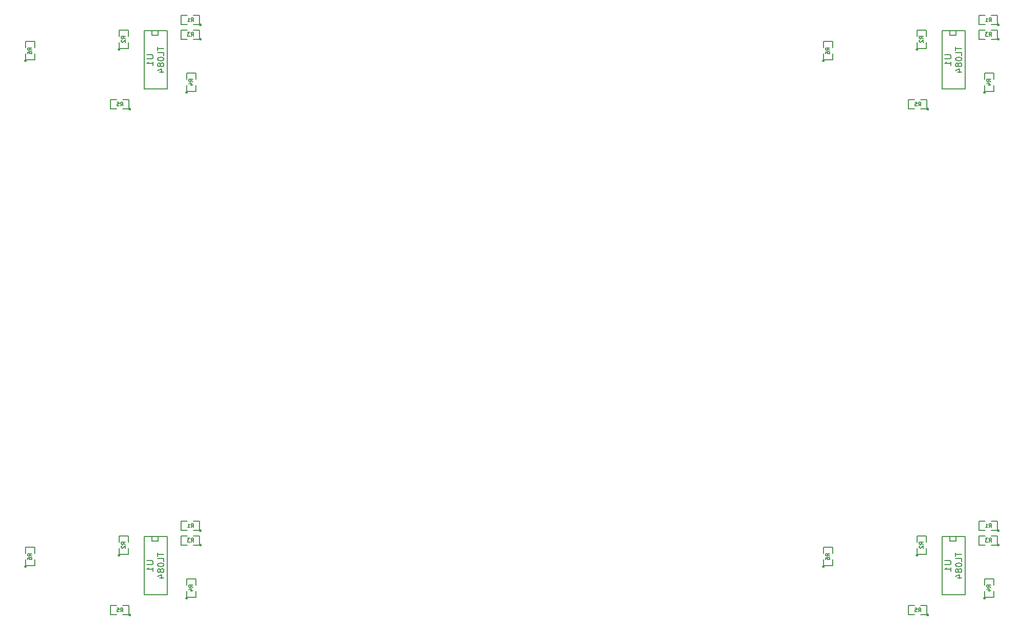
<source format=gbo>
G04 (created by PCBNEW-RS274X (2011-nov-30)-testing) date Wed 03 Apr 2013 02:23:03 PM ART*
G01*
G70*
G90*
%MOIN*%
G04 Gerber Fmt 3.4, Leading zero omitted, Abs format*
%FSLAX34Y34*%
G04 APERTURE LIST*
%ADD10C,0.006000*%
%ADD11C,0.005000*%
%ADD12C,0.008000*%
G04 APERTURE END LIST*
G54D10*
G54D11*
X107350Y-74450D02*
X107349Y-74459D01*
X107346Y-74469D01*
X107341Y-74477D01*
X107335Y-74485D01*
X107327Y-74491D01*
X107319Y-74496D01*
X107310Y-74498D01*
X107300Y-74499D01*
X107291Y-74499D01*
X107282Y-74496D01*
X107273Y-74491D01*
X107266Y-74485D01*
X107259Y-74478D01*
X107255Y-74469D01*
X107252Y-74460D01*
X107251Y-74450D01*
X107251Y-74441D01*
X107254Y-74432D01*
X107258Y-74423D01*
X107265Y-74416D01*
X107272Y-74409D01*
X107280Y-74405D01*
X107290Y-74402D01*
X107299Y-74401D01*
X107308Y-74401D01*
X107318Y-74404D01*
X107326Y-74408D01*
X107334Y-74414D01*
X107340Y-74422D01*
X107345Y-74430D01*
X107348Y-74439D01*
X107349Y-74449D01*
X107350Y-74450D01*
X106850Y-74450D02*
X107250Y-74450D01*
X107250Y-74450D02*
X107250Y-73850D01*
X107250Y-73850D02*
X106850Y-73850D01*
X106450Y-73850D02*
X106050Y-73850D01*
X106050Y-73850D02*
X106050Y-74450D01*
X106050Y-74450D02*
X106450Y-74450D01*
X100550Y-71300D02*
X100549Y-71309D01*
X100546Y-71319D01*
X100541Y-71327D01*
X100535Y-71335D01*
X100527Y-71341D01*
X100519Y-71346D01*
X100510Y-71348D01*
X100500Y-71349D01*
X100491Y-71349D01*
X100482Y-71346D01*
X100473Y-71341D01*
X100466Y-71335D01*
X100459Y-71328D01*
X100455Y-71319D01*
X100452Y-71310D01*
X100451Y-71300D01*
X100451Y-71291D01*
X100454Y-71282D01*
X100458Y-71273D01*
X100465Y-71266D01*
X100472Y-71259D01*
X100480Y-71255D01*
X100490Y-71252D01*
X100499Y-71251D01*
X100508Y-71251D01*
X100518Y-71254D01*
X100526Y-71258D01*
X100534Y-71264D01*
X100540Y-71272D01*
X100545Y-71280D01*
X100548Y-71289D01*
X100549Y-71299D01*
X100550Y-71300D01*
X100500Y-70850D02*
X100500Y-71250D01*
X100500Y-71250D02*
X101100Y-71250D01*
X101100Y-71250D02*
X101100Y-70850D01*
X101100Y-70450D02*
X101100Y-70050D01*
X101100Y-70050D02*
X100500Y-70050D01*
X100500Y-70050D02*
X100500Y-70450D01*
X106650Y-70550D02*
X106649Y-70559D01*
X106646Y-70569D01*
X106641Y-70577D01*
X106635Y-70585D01*
X106627Y-70591D01*
X106619Y-70596D01*
X106610Y-70598D01*
X106600Y-70599D01*
X106591Y-70599D01*
X106582Y-70596D01*
X106573Y-70591D01*
X106566Y-70585D01*
X106559Y-70578D01*
X106555Y-70569D01*
X106552Y-70560D01*
X106551Y-70550D01*
X106551Y-70541D01*
X106554Y-70532D01*
X106558Y-70523D01*
X106565Y-70516D01*
X106572Y-70509D01*
X106580Y-70505D01*
X106590Y-70502D01*
X106599Y-70501D01*
X106608Y-70501D01*
X106618Y-70504D01*
X106626Y-70508D01*
X106634Y-70514D01*
X106640Y-70522D01*
X106645Y-70530D01*
X106648Y-70539D01*
X106649Y-70549D01*
X106650Y-70550D01*
X106600Y-70100D02*
X106600Y-70500D01*
X106600Y-70500D02*
X107200Y-70500D01*
X107200Y-70500D02*
X107200Y-70100D01*
X107200Y-69700D02*
X107200Y-69300D01*
X107200Y-69300D02*
X106600Y-69300D01*
X106600Y-69300D02*
X106600Y-69700D01*
X111050Y-73350D02*
X111049Y-73359D01*
X111046Y-73369D01*
X111041Y-73377D01*
X111035Y-73385D01*
X111027Y-73391D01*
X111019Y-73396D01*
X111010Y-73398D01*
X111000Y-73399D01*
X110991Y-73399D01*
X110982Y-73396D01*
X110973Y-73391D01*
X110966Y-73385D01*
X110959Y-73378D01*
X110955Y-73369D01*
X110952Y-73360D01*
X110951Y-73350D01*
X110951Y-73341D01*
X110954Y-73332D01*
X110958Y-73323D01*
X110965Y-73316D01*
X110972Y-73309D01*
X110980Y-73305D01*
X110990Y-73302D01*
X110999Y-73301D01*
X111008Y-73301D01*
X111018Y-73304D01*
X111026Y-73308D01*
X111034Y-73314D01*
X111040Y-73322D01*
X111045Y-73330D01*
X111048Y-73339D01*
X111049Y-73349D01*
X111050Y-73350D01*
X111000Y-72900D02*
X111000Y-73300D01*
X111000Y-73300D02*
X111600Y-73300D01*
X111600Y-73300D02*
X111600Y-72900D01*
X111600Y-72500D02*
X111600Y-72100D01*
X111600Y-72100D02*
X111000Y-72100D01*
X111000Y-72100D02*
X111000Y-72500D01*
X111950Y-69900D02*
X111949Y-69909D01*
X111946Y-69919D01*
X111941Y-69927D01*
X111935Y-69935D01*
X111927Y-69941D01*
X111919Y-69946D01*
X111910Y-69948D01*
X111900Y-69949D01*
X111891Y-69949D01*
X111882Y-69946D01*
X111873Y-69941D01*
X111866Y-69935D01*
X111859Y-69928D01*
X111855Y-69919D01*
X111852Y-69910D01*
X111851Y-69900D01*
X111851Y-69891D01*
X111854Y-69882D01*
X111858Y-69873D01*
X111865Y-69866D01*
X111872Y-69859D01*
X111880Y-69855D01*
X111890Y-69852D01*
X111899Y-69851D01*
X111908Y-69851D01*
X111918Y-69854D01*
X111926Y-69858D01*
X111934Y-69864D01*
X111940Y-69872D01*
X111945Y-69880D01*
X111948Y-69889D01*
X111949Y-69899D01*
X111950Y-69900D01*
X111450Y-69900D02*
X111850Y-69900D01*
X111850Y-69900D02*
X111850Y-69300D01*
X111850Y-69300D02*
X111450Y-69300D01*
X111050Y-69300D02*
X110650Y-69300D01*
X110650Y-69300D02*
X110650Y-69900D01*
X110650Y-69900D02*
X111050Y-69900D01*
X111950Y-68950D02*
X111949Y-68959D01*
X111946Y-68969D01*
X111941Y-68977D01*
X111935Y-68985D01*
X111927Y-68991D01*
X111919Y-68996D01*
X111910Y-68998D01*
X111900Y-68999D01*
X111891Y-68999D01*
X111882Y-68996D01*
X111873Y-68991D01*
X111866Y-68985D01*
X111859Y-68978D01*
X111855Y-68969D01*
X111852Y-68960D01*
X111851Y-68950D01*
X111851Y-68941D01*
X111854Y-68932D01*
X111858Y-68923D01*
X111865Y-68916D01*
X111872Y-68909D01*
X111880Y-68905D01*
X111890Y-68902D01*
X111899Y-68901D01*
X111908Y-68901D01*
X111918Y-68904D01*
X111926Y-68908D01*
X111934Y-68914D01*
X111940Y-68922D01*
X111945Y-68930D01*
X111948Y-68939D01*
X111949Y-68949D01*
X111950Y-68950D01*
X111450Y-68950D02*
X111850Y-68950D01*
X111850Y-68950D02*
X111850Y-68350D01*
X111850Y-68350D02*
X111450Y-68350D01*
X111050Y-68350D02*
X110650Y-68350D01*
X110650Y-68350D02*
X110650Y-68950D01*
X110650Y-68950D02*
X111050Y-68950D01*
G54D12*
X108250Y-69350D02*
X108250Y-73150D01*
X108250Y-73150D02*
X109750Y-73150D01*
X109750Y-73150D02*
X109750Y-69350D01*
X109750Y-69350D02*
X108250Y-69350D01*
X108750Y-69350D02*
X108750Y-69650D01*
X108750Y-69650D02*
X109150Y-69650D01*
X109150Y-69650D02*
X109150Y-69350D01*
X108250Y-36350D02*
X108250Y-40150D01*
X108250Y-40150D02*
X109750Y-40150D01*
X109750Y-40150D02*
X109750Y-36350D01*
X109750Y-36350D02*
X108250Y-36350D01*
X108750Y-36350D02*
X108750Y-36650D01*
X108750Y-36650D02*
X109150Y-36650D01*
X109150Y-36650D02*
X109150Y-36350D01*
G54D11*
X111950Y-35950D02*
X111949Y-35959D01*
X111946Y-35969D01*
X111941Y-35977D01*
X111935Y-35985D01*
X111927Y-35991D01*
X111919Y-35996D01*
X111910Y-35998D01*
X111900Y-35999D01*
X111891Y-35999D01*
X111882Y-35996D01*
X111873Y-35991D01*
X111866Y-35985D01*
X111859Y-35978D01*
X111855Y-35969D01*
X111852Y-35960D01*
X111851Y-35950D01*
X111851Y-35941D01*
X111854Y-35932D01*
X111858Y-35923D01*
X111865Y-35916D01*
X111872Y-35909D01*
X111880Y-35905D01*
X111890Y-35902D01*
X111899Y-35901D01*
X111908Y-35901D01*
X111918Y-35904D01*
X111926Y-35908D01*
X111934Y-35914D01*
X111940Y-35922D01*
X111945Y-35930D01*
X111948Y-35939D01*
X111949Y-35949D01*
X111950Y-35950D01*
X111450Y-35950D02*
X111850Y-35950D01*
X111850Y-35950D02*
X111850Y-35350D01*
X111850Y-35350D02*
X111450Y-35350D01*
X111050Y-35350D02*
X110650Y-35350D01*
X110650Y-35350D02*
X110650Y-35950D01*
X110650Y-35950D02*
X111050Y-35950D01*
X111950Y-36900D02*
X111949Y-36909D01*
X111946Y-36919D01*
X111941Y-36927D01*
X111935Y-36935D01*
X111927Y-36941D01*
X111919Y-36946D01*
X111910Y-36948D01*
X111900Y-36949D01*
X111891Y-36949D01*
X111882Y-36946D01*
X111873Y-36941D01*
X111866Y-36935D01*
X111859Y-36928D01*
X111855Y-36919D01*
X111852Y-36910D01*
X111851Y-36900D01*
X111851Y-36891D01*
X111854Y-36882D01*
X111858Y-36873D01*
X111865Y-36866D01*
X111872Y-36859D01*
X111880Y-36855D01*
X111890Y-36852D01*
X111899Y-36851D01*
X111908Y-36851D01*
X111918Y-36854D01*
X111926Y-36858D01*
X111934Y-36864D01*
X111940Y-36872D01*
X111945Y-36880D01*
X111948Y-36889D01*
X111949Y-36899D01*
X111950Y-36900D01*
X111450Y-36900D02*
X111850Y-36900D01*
X111850Y-36900D02*
X111850Y-36300D01*
X111850Y-36300D02*
X111450Y-36300D01*
X111050Y-36300D02*
X110650Y-36300D01*
X110650Y-36300D02*
X110650Y-36900D01*
X110650Y-36900D02*
X111050Y-36900D01*
X111050Y-40350D02*
X111049Y-40359D01*
X111046Y-40369D01*
X111041Y-40377D01*
X111035Y-40385D01*
X111027Y-40391D01*
X111019Y-40396D01*
X111010Y-40398D01*
X111000Y-40399D01*
X110991Y-40399D01*
X110982Y-40396D01*
X110973Y-40391D01*
X110966Y-40385D01*
X110959Y-40378D01*
X110955Y-40369D01*
X110952Y-40360D01*
X110951Y-40350D01*
X110951Y-40341D01*
X110954Y-40332D01*
X110958Y-40323D01*
X110965Y-40316D01*
X110972Y-40309D01*
X110980Y-40305D01*
X110990Y-40302D01*
X110999Y-40301D01*
X111008Y-40301D01*
X111018Y-40304D01*
X111026Y-40308D01*
X111034Y-40314D01*
X111040Y-40322D01*
X111045Y-40330D01*
X111048Y-40339D01*
X111049Y-40349D01*
X111050Y-40350D01*
X111000Y-39900D02*
X111000Y-40300D01*
X111000Y-40300D02*
X111600Y-40300D01*
X111600Y-40300D02*
X111600Y-39900D01*
X111600Y-39500D02*
X111600Y-39100D01*
X111600Y-39100D02*
X111000Y-39100D01*
X111000Y-39100D02*
X111000Y-39500D01*
X106650Y-37550D02*
X106649Y-37559D01*
X106646Y-37569D01*
X106641Y-37577D01*
X106635Y-37585D01*
X106627Y-37591D01*
X106619Y-37596D01*
X106610Y-37598D01*
X106600Y-37599D01*
X106591Y-37599D01*
X106582Y-37596D01*
X106573Y-37591D01*
X106566Y-37585D01*
X106559Y-37578D01*
X106555Y-37569D01*
X106552Y-37560D01*
X106551Y-37550D01*
X106551Y-37541D01*
X106554Y-37532D01*
X106558Y-37523D01*
X106565Y-37516D01*
X106572Y-37509D01*
X106580Y-37505D01*
X106590Y-37502D01*
X106599Y-37501D01*
X106608Y-37501D01*
X106618Y-37504D01*
X106626Y-37508D01*
X106634Y-37514D01*
X106640Y-37522D01*
X106645Y-37530D01*
X106648Y-37539D01*
X106649Y-37549D01*
X106650Y-37550D01*
X106600Y-37100D02*
X106600Y-37500D01*
X106600Y-37500D02*
X107200Y-37500D01*
X107200Y-37500D02*
X107200Y-37100D01*
X107200Y-36700D02*
X107200Y-36300D01*
X107200Y-36300D02*
X106600Y-36300D01*
X106600Y-36300D02*
X106600Y-36700D01*
X100550Y-38300D02*
X100549Y-38309D01*
X100546Y-38319D01*
X100541Y-38327D01*
X100535Y-38335D01*
X100527Y-38341D01*
X100519Y-38346D01*
X100510Y-38348D01*
X100500Y-38349D01*
X100491Y-38349D01*
X100482Y-38346D01*
X100473Y-38341D01*
X100466Y-38335D01*
X100459Y-38328D01*
X100455Y-38319D01*
X100452Y-38310D01*
X100451Y-38300D01*
X100451Y-38291D01*
X100454Y-38282D01*
X100458Y-38273D01*
X100465Y-38266D01*
X100472Y-38259D01*
X100480Y-38255D01*
X100490Y-38252D01*
X100499Y-38251D01*
X100508Y-38251D01*
X100518Y-38254D01*
X100526Y-38258D01*
X100534Y-38264D01*
X100540Y-38272D01*
X100545Y-38280D01*
X100548Y-38289D01*
X100549Y-38299D01*
X100550Y-38300D01*
X100500Y-37850D02*
X100500Y-38250D01*
X100500Y-38250D02*
X101100Y-38250D01*
X101100Y-38250D02*
X101100Y-37850D01*
X101100Y-37450D02*
X101100Y-37050D01*
X101100Y-37050D02*
X100500Y-37050D01*
X100500Y-37050D02*
X100500Y-37450D01*
X107350Y-41450D02*
X107349Y-41459D01*
X107346Y-41469D01*
X107341Y-41477D01*
X107335Y-41485D01*
X107327Y-41491D01*
X107319Y-41496D01*
X107310Y-41498D01*
X107300Y-41499D01*
X107291Y-41499D01*
X107282Y-41496D01*
X107273Y-41491D01*
X107266Y-41485D01*
X107259Y-41478D01*
X107255Y-41469D01*
X107252Y-41460D01*
X107251Y-41450D01*
X107251Y-41441D01*
X107254Y-41432D01*
X107258Y-41423D01*
X107265Y-41416D01*
X107272Y-41409D01*
X107280Y-41405D01*
X107290Y-41402D01*
X107299Y-41401D01*
X107308Y-41401D01*
X107318Y-41404D01*
X107326Y-41408D01*
X107334Y-41414D01*
X107340Y-41422D01*
X107345Y-41430D01*
X107348Y-41439D01*
X107349Y-41449D01*
X107350Y-41450D01*
X106850Y-41450D02*
X107250Y-41450D01*
X107250Y-41450D02*
X107250Y-40850D01*
X107250Y-40850D02*
X106850Y-40850D01*
X106450Y-40850D02*
X106050Y-40850D01*
X106050Y-40850D02*
X106050Y-41450D01*
X106050Y-41450D02*
X106450Y-41450D01*
X55350Y-41450D02*
X55349Y-41459D01*
X55346Y-41469D01*
X55341Y-41477D01*
X55335Y-41485D01*
X55327Y-41491D01*
X55319Y-41496D01*
X55310Y-41498D01*
X55300Y-41499D01*
X55291Y-41499D01*
X55282Y-41496D01*
X55273Y-41491D01*
X55266Y-41485D01*
X55259Y-41478D01*
X55255Y-41469D01*
X55252Y-41460D01*
X55251Y-41450D01*
X55251Y-41441D01*
X55254Y-41432D01*
X55258Y-41423D01*
X55265Y-41416D01*
X55272Y-41409D01*
X55280Y-41405D01*
X55290Y-41402D01*
X55299Y-41401D01*
X55308Y-41401D01*
X55318Y-41404D01*
X55326Y-41408D01*
X55334Y-41414D01*
X55340Y-41422D01*
X55345Y-41430D01*
X55348Y-41439D01*
X55349Y-41449D01*
X55350Y-41450D01*
X54850Y-41450D02*
X55250Y-41450D01*
X55250Y-41450D02*
X55250Y-40850D01*
X55250Y-40850D02*
X54850Y-40850D01*
X54450Y-40850D02*
X54050Y-40850D01*
X54050Y-40850D02*
X54050Y-41450D01*
X54050Y-41450D02*
X54450Y-41450D01*
X48550Y-38300D02*
X48549Y-38309D01*
X48546Y-38319D01*
X48541Y-38327D01*
X48535Y-38335D01*
X48527Y-38341D01*
X48519Y-38346D01*
X48510Y-38348D01*
X48500Y-38349D01*
X48491Y-38349D01*
X48482Y-38346D01*
X48473Y-38341D01*
X48466Y-38335D01*
X48459Y-38328D01*
X48455Y-38319D01*
X48452Y-38310D01*
X48451Y-38300D01*
X48451Y-38291D01*
X48454Y-38282D01*
X48458Y-38273D01*
X48465Y-38266D01*
X48472Y-38259D01*
X48480Y-38255D01*
X48490Y-38252D01*
X48499Y-38251D01*
X48508Y-38251D01*
X48518Y-38254D01*
X48526Y-38258D01*
X48534Y-38264D01*
X48540Y-38272D01*
X48545Y-38280D01*
X48548Y-38289D01*
X48549Y-38299D01*
X48550Y-38300D01*
X48500Y-37850D02*
X48500Y-38250D01*
X48500Y-38250D02*
X49100Y-38250D01*
X49100Y-38250D02*
X49100Y-37850D01*
X49100Y-37450D02*
X49100Y-37050D01*
X49100Y-37050D02*
X48500Y-37050D01*
X48500Y-37050D02*
X48500Y-37450D01*
X54650Y-37550D02*
X54649Y-37559D01*
X54646Y-37569D01*
X54641Y-37577D01*
X54635Y-37585D01*
X54627Y-37591D01*
X54619Y-37596D01*
X54610Y-37598D01*
X54600Y-37599D01*
X54591Y-37599D01*
X54582Y-37596D01*
X54573Y-37591D01*
X54566Y-37585D01*
X54559Y-37578D01*
X54555Y-37569D01*
X54552Y-37560D01*
X54551Y-37550D01*
X54551Y-37541D01*
X54554Y-37532D01*
X54558Y-37523D01*
X54565Y-37516D01*
X54572Y-37509D01*
X54580Y-37505D01*
X54590Y-37502D01*
X54599Y-37501D01*
X54608Y-37501D01*
X54618Y-37504D01*
X54626Y-37508D01*
X54634Y-37514D01*
X54640Y-37522D01*
X54645Y-37530D01*
X54648Y-37539D01*
X54649Y-37549D01*
X54650Y-37550D01*
X54600Y-37100D02*
X54600Y-37500D01*
X54600Y-37500D02*
X55200Y-37500D01*
X55200Y-37500D02*
X55200Y-37100D01*
X55200Y-36700D02*
X55200Y-36300D01*
X55200Y-36300D02*
X54600Y-36300D01*
X54600Y-36300D02*
X54600Y-36700D01*
X59050Y-40350D02*
X59049Y-40359D01*
X59046Y-40369D01*
X59041Y-40377D01*
X59035Y-40385D01*
X59027Y-40391D01*
X59019Y-40396D01*
X59010Y-40398D01*
X59000Y-40399D01*
X58991Y-40399D01*
X58982Y-40396D01*
X58973Y-40391D01*
X58966Y-40385D01*
X58959Y-40378D01*
X58955Y-40369D01*
X58952Y-40360D01*
X58951Y-40350D01*
X58951Y-40341D01*
X58954Y-40332D01*
X58958Y-40323D01*
X58965Y-40316D01*
X58972Y-40309D01*
X58980Y-40305D01*
X58990Y-40302D01*
X58999Y-40301D01*
X59008Y-40301D01*
X59018Y-40304D01*
X59026Y-40308D01*
X59034Y-40314D01*
X59040Y-40322D01*
X59045Y-40330D01*
X59048Y-40339D01*
X59049Y-40349D01*
X59050Y-40350D01*
X59000Y-39900D02*
X59000Y-40300D01*
X59000Y-40300D02*
X59600Y-40300D01*
X59600Y-40300D02*
X59600Y-39900D01*
X59600Y-39500D02*
X59600Y-39100D01*
X59600Y-39100D02*
X59000Y-39100D01*
X59000Y-39100D02*
X59000Y-39500D01*
X59950Y-36900D02*
X59949Y-36909D01*
X59946Y-36919D01*
X59941Y-36927D01*
X59935Y-36935D01*
X59927Y-36941D01*
X59919Y-36946D01*
X59910Y-36948D01*
X59900Y-36949D01*
X59891Y-36949D01*
X59882Y-36946D01*
X59873Y-36941D01*
X59866Y-36935D01*
X59859Y-36928D01*
X59855Y-36919D01*
X59852Y-36910D01*
X59851Y-36900D01*
X59851Y-36891D01*
X59854Y-36882D01*
X59858Y-36873D01*
X59865Y-36866D01*
X59872Y-36859D01*
X59880Y-36855D01*
X59890Y-36852D01*
X59899Y-36851D01*
X59908Y-36851D01*
X59918Y-36854D01*
X59926Y-36858D01*
X59934Y-36864D01*
X59940Y-36872D01*
X59945Y-36880D01*
X59948Y-36889D01*
X59949Y-36899D01*
X59950Y-36900D01*
X59450Y-36900D02*
X59850Y-36900D01*
X59850Y-36900D02*
X59850Y-36300D01*
X59850Y-36300D02*
X59450Y-36300D01*
X59050Y-36300D02*
X58650Y-36300D01*
X58650Y-36300D02*
X58650Y-36900D01*
X58650Y-36900D02*
X59050Y-36900D01*
X59950Y-35950D02*
X59949Y-35959D01*
X59946Y-35969D01*
X59941Y-35977D01*
X59935Y-35985D01*
X59927Y-35991D01*
X59919Y-35996D01*
X59910Y-35998D01*
X59900Y-35999D01*
X59891Y-35999D01*
X59882Y-35996D01*
X59873Y-35991D01*
X59866Y-35985D01*
X59859Y-35978D01*
X59855Y-35969D01*
X59852Y-35960D01*
X59851Y-35950D01*
X59851Y-35941D01*
X59854Y-35932D01*
X59858Y-35923D01*
X59865Y-35916D01*
X59872Y-35909D01*
X59880Y-35905D01*
X59890Y-35902D01*
X59899Y-35901D01*
X59908Y-35901D01*
X59918Y-35904D01*
X59926Y-35908D01*
X59934Y-35914D01*
X59940Y-35922D01*
X59945Y-35930D01*
X59948Y-35939D01*
X59949Y-35949D01*
X59950Y-35950D01*
X59450Y-35950D02*
X59850Y-35950D01*
X59850Y-35950D02*
X59850Y-35350D01*
X59850Y-35350D02*
X59450Y-35350D01*
X59050Y-35350D02*
X58650Y-35350D01*
X58650Y-35350D02*
X58650Y-35950D01*
X58650Y-35950D02*
X59050Y-35950D01*
G54D12*
X56250Y-36350D02*
X56250Y-40150D01*
X56250Y-40150D02*
X57750Y-40150D01*
X57750Y-40150D02*
X57750Y-36350D01*
X57750Y-36350D02*
X56250Y-36350D01*
X56750Y-36350D02*
X56750Y-36650D01*
X56750Y-36650D02*
X57150Y-36650D01*
X57150Y-36650D02*
X57150Y-36350D01*
X56250Y-69350D02*
X56250Y-73150D01*
X56250Y-73150D02*
X57750Y-73150D01*
X57750Y-73150D02*
X57750Y-69350D01*
X57750Y-69350D02*
X56250Y-69350D01*
X56750Y-69350D02*
X56750Y-69650D01*
X56750Y-69650D02*
X57150Y-69650D01*
X57150Y-69650D02*
X57150Y-69350D01*
G54D11*
X59950Y-68950D02*
X59949Y-68959D01*
X59946Y-68969D01*
X59941Y-68977D01*
X59935Y-68985D01*
X59927Y-68991D01*
X59919Y-68996D01*
X59910Y-68998D01*
X59900Y-68999D01*
X59891Y-68999D01*
X59882Y-68996D01*
X59873Y-68991D01*
X59866Y-68985D01*
X59859Y-68978D01*
X59855Y-68969D01*
X59852Y-68960D01*
X59851Y-68950D01*
X59851Y-68941D01*
X59854Y-68932D01*
X59858Y-68923D01*
X59865Y-68916D01*
X59872Y-68909D01*
X59880Y-68905D01*
X59890Y-68902D01*
X59899Y-68901D01*
X59908Y-68901D01*
X59918Y-68904D01*
X59926Y-68908D01*
X59934Y-68914D01*
X59940Y-68922D01*
X59945Y-68930D01*
X59948Y-68939D01*
X59949Y-68949D01*
X59950Y-68950D01*
X59450Y-68950D02*
X59850Y-68950D01*
X59850Y-68950D02*
X59850Y-68350D01*
X59850Y-68350D02*
X59450Y-68350D01*
X59050Y-68350D02*
X58650Y-68350D01*
X58650Y-68350D02*
X58650Y-68950D01*
X58650Y-68950D02*
X59050Y-68950D01*
X59950Y-69900D02*
X59949Y-69909D01*
X59946Y-69919D01*
X59941Y-69927D01*
X59935Y-69935D01*
X59927Y-69941D01*
X59919Y-69946D01*
X59910Y-69948D01*
X59900Y-69949D01*
X59891Y-69949D01*
X59882Y-69946D01*
X59873Y-69941D01*
X59866Y-69935D01*
X59859Y-69928D01*
X59855Y-69919D01*
X59852Y-69910D01*
X59851Y-69900D01*
X59851Y-69891D01*
X59854Y-69882D01*
X59858Y-69873D01*
X59865Y-69866D01*
X59872Y-69859D01*
X59880Y-69855D01*
X59890Y-69852D01*
X59899Y-69851D01*
X59908Y-69851D01*
X59918Y-69854D01*
X59926Y-69858D01*
X59934Y-69864D01*
X59940Y-69872D01*
X59945Y-69880D01*
X59948Y-69889D01*
X59949Y-69899D01*
X59950Y-69900D01*
X59450Y-69900D02*
X59850Y-69900D01*
X59850Y-69900D02*
X59850Y-69300D01*
X59850Y-69300D02*
X59450Y-69300D01*
X59050Y-69300D02*
X58650Y-69300D01*
X58650Y-69300D02*
X58650Y-69900D01*
X58650Y-69900D02*
X59050Y-69900D01*
X59050Y-73350D02*
X59049Y-73359D01*
X59046Y-73369D01*
X59041Y-73377D01*
X59035Y-73385D01*
X59027Y-73391D01*
X59019Y-73396D01*
X59010Y-73398D01*
X59000Y-73399D01*
X58991Y-73399D01*
X58982Y-73396D01*
X58973Y-73391D01*
X58966Y-73385D01*
X58959Y-73378D01*
X58955Y-73369D01*
X58952Y-73360D01*
X58951Y-73350D01*
X58951Y-73341D01*
X58954Y-73332D01*
X58958Y-73323D01*
X58965Y-73316D01*
X58972Y-73309D01*
X58980Y-73305D01*
X58990Y-73302D01*
X58999Y-73301D01*
X59008Y-73301D01*
X59018Y-73304D01*
X59026Y-73308D01*
X59034Y-73314D01*
X59040Y-73322D01*
X59045Y-73330D01*
X59048Y-73339D01*
X59049Y-73349D01*
X59050Y-73350D01*
X59000Y-72900D02*
X59000Y-73300D01*
X59000Y-73300D02*
X59600Y-73300D01*
X59600Y-73300D02*
X59600Y-72900D01*
X59600Y-72500D02*
X59600Y-72100D01*
X59600Y-72100D02*
X59000Y-72100D01*
X59000Y-72100D02*
X59000Y-72500D01*
X54650Y-70550D02*
X54649Y-70559D01*
X54646Y-70569D01*
X54641Y-70577D01*
X54635Y-70585D01*
X54627Y-70591D01*
X54619Y-70596D01*
X54610Y-70598D01*
X54600Y-70599D01*
X54591Y-70599D01*
X54582Y-70596D01*
X54573Y-70591D01*
X54566Y-70585D01*
X54559Y-70578D01*
X54555Y-70569D01*
X54552Y-70560D01*
X54551Y-70550D01*
X54551Y-70541D01*
X54554Y-70532D01*
X54558Y-70523D01*
X54565Y-70516D01*
X54572Y-70509D01*
X54580Y-70505D01*
X54590Y-70502D01*
X54599Y-70501D01*
X54608Y-70501D01*
X54618Y-70504D01*
X54626Y-70508D01*
X54634Y-70514D01*
X54640Y-70522D01*
X54645Y-70530D01*
X54648Y-70539D01*
X54649Y-70549D01*
X54650Y-70550D01*
X54600Y-70100D02*
X54600Y-70500D01*
X54600Y-70500D02*
X55200Y-70500D01*
X55200Y-70500D02*
X55200Y-70100D01*
X55200Y-69700D02*
X55200Y-69300D01*
X55200Y-69300D02*
X54600Y-69300D01*
X54600Y-69300D02*
X54600Y-69700D01*
X48550Y-71300D02*
X48549Y-71309D01*
X48546Y-71319D01*
X48541Y-71327D01*
X48535Y-71335D01*
X48527Y-71341D01*
X48519Y-71346D01*
X48510Y-71348D01*
X48500Y-71349D01*
X48491Y-71349D01*
X48482Y-71346D01*
X48473Y-71341D01*
X48466Y-71335D01*
X48459Y-71328D01*
X48455Y-71319D01*
X48452Y-71310D01*
X48451Y-71300D01*
X48451Y-71291D01*
X48454Y-71282D01*
X48458Y-71273D01*
X48465Y-71266D01*
X48472Y-71259D01*
X48480Y-71255D01*
X48490Y-71252D01*
X48499Y-71251D01*
X48508Y-71251D01*
X48518Y-71254D01*
X48526Y-71258D01*
X48534Y-71264D01*
X48540Y-71272D01*
X48545Y-71280D01*
X48548Y-71289D01*
X48549Y-71299D01*
X48550Y-71300D01*
X48500Y-70850D02*
X48500Y-71250D01*
X48500Y-71250D02*
X49100Y-71250D01*
X49100Y-71250D02*
X49100Y-70850D01*
X49100Y-70450D02*
X49100Y-70050D01*
X49100Y-70050D02*
X48500Y-70050D01*
X48500Y-70050D02*
X48500Y-70450D01*
X55350Y-74450D02*
X55349Y-74459D01*
X55346Y-74469D01*
X55341Y-74477D01*
X55335Y-74485D01*
X55327Y-74491D01*
X55319Y-74496D01*
X55310Y-74498D01*
X55300Y-74499D01*
X55291Y-74499D01*
X55282Y-74496D01*
X55273Y-74491D01*
X55266Y-74485D01*
X55259Y-74478D01*
X55255Y-74469D01*
X55252Y-74460D01*
X55251Y-74450D01*
X55251Y-74441D01*
X55254Y-74432D01*
X55258Y-74423D01*
X55265Y-74416D01*
X55272Y-74409D01*
X55280Y-74405D01*
X55290Y-74402D01*
X55299Y-74401D01*
X55308Y-74401D01*
X55318Y-74404D01*
X55326Y-74408D01*
X55334Y-74414D01*
X55340Y-74422D01*
X55345Y-74430D01*
X55348Y-74439D01*
X55349Y-74449D01*
X55350Y-74450D01*
X54850Y-74450D02*
X55250Y-74450D01*
X55250Y-74450D02*
X55250Y-73850D01*
X55250Y-73850D02*
X54850Y-73850D01*
X54450Y-73850D02*
X54050Y-73850D01*
X54050Y-73850D02*
X54050Y-74450D01*
X54050Y-74450D02*
X54450Y-74450D01*
X106692Y-74251D02*
X106775Y-74132D01*
X106834Y-74251D02*
X106834Y-74001D01*
X106739Y-74001D01*
X106715Y-74013D01*
X106704Y-74025D01*
X106692Y-74049D01*
X106692Y-74085D01*
X106704Y-74108D01*
X106715Y-74120D01*
X106739Y-74132D01*
X106834Y-74132D01*
X106465Y-74001D02*
X106584Y-74001D01*
X106596Y-74120D01*
X106584Y-74108D01*
X106561Y-74096D01*
X106501Y-74096D01*
X106477Y-74108D01*
X106465Y-74120D01*
X106454Y-74144D01*
X106454Y-74204D01*
X106465Y-74227D01*
X106477Y-74239D01*
X106501Y-74251D01*
X106561Y-74251D01*
X106584Y-74239D01*
X106596Y-74227D01*
X100901Y-70608D02*
X100782Y-70525D01*
X100901Y-70466D02*
X100651Y-70466D01*
X100651Y-70561D01*
X100663Y-70585D01*
X100675Y-70596D01*
X100699Y-70608D01*
X100735Y-70608D01*
X100758Y-70596D01*
X100770Y-70585D01*
X100782Y-70561D01*
X100782Y-70466D01*
X100651Y-70823D02*
X100651Y-70775D01*
X100663Y-70751D01*
X100675Y-70739D01*
X100711Y-70716D01*
X100758Y-70704D01*
X100854Y-70704D01*
X100877Y-70716D01*
X100889Y-70727D01*
X100901Y-70751D01*
X100901Y-70799D01*
X100889Y-70823D01*
X100877Y-70835D01*
X100854Y-70846D01*
X100794Y-70846D01*
X100770Y-70835D01*
X100758Y-70823D01*
X100746Y-70799D01*
X100746Y-70751D01*
X100758Y-70727D01*
X100770Y-70716D01*
X100794Y-70704D01*
X107001Y-69858D02*
X106882Y-69775D01*
X107001Y-69716D02*
X106751Y-69716D01*
X106751Y-69811D01*
X106763Y-69835D01*
X106775Y-69846D01*
X106799Y-69858D01*
X106835Y-69858D01*
X106858Y-69846D01*
X106870Y-69835D01*
X106882Y-69811D01*
X106882Y-69716D01*
X106775Y-69954D02*
X106763Y-69966D01*
X106751Y-69989D01*
X106751Y-70049D01*
X106763Y-70073D01*
X106775Y-70085D01*
X106799Y-70096D01*
X106823Y-70096D01*
X106858Y-70085D01*
X107001Y-69942D01*
X107001Y-70096D01*
X111401Y-72658D02*
X111282Y-72575D01*
X111401Y-72516D02*
X111151Y-72516D01*
X111151Y-72611D01*
X111163Y-72635D01*
X111175Y-72646D01*
X111199Y-72658D01*
X111235Y-72658D01*
X111258Y-72646D01*
X111270Y-72635D01*
X111282Y-72611D01*
X111282Y-72516D01*
X111235Y-72873D02*
X111401Y-72873D01*
X111139Y-72813D02*
X111318Y-72754D01*
X111318Y-72908D01*
X111292Y-69701D02*
X111375Y-69582D01*
X111434Y-69701D02*
X111434Y-69451D01*
X111339Y-69451D01*
X111315Y-69463D01*
X111304Y-69475D01*
X111292Y-69499D01*
X111292Y-69535D01*
X111304Y-69558D01*
X111315Y-69570D01*
X111339Y-69582D01*
X111434Y-69582D01*
X111208Y-69451D02*
X111054Y-69451D01*
X111137Y-69546D01*
X111101Y-69546D01*
X111077Y-69558D01*
X111065Y-69570D01*
X111054Y-69594D01*
X111054Y-69654D01*
X111065Y-69677D01*
X111077Y-69689D01*
X111101Y-69701D01*
X111173Y-69701D01*
X111196Y-69689D01*
X111208Y-69677D01*
X111292Y-68751D02*
X111375Y-68632D01*
X111434Y-68751D02*
X111434Y-68501D01*
X111339Y-68501D01*
X111315Y-68513D01*
X111304Y-68525D01*
X111292Y-68549D01*
X111292Y-68585D01*
X111304Y-68608D01*
X111315Y-68620D01*
X111339Y-68632D01*
X111434Y-68632D01*
X111054Y-68751D02*
X111196Y-68751D01*
X111125Y-68751D02*
X111125Y-68501D01*
X111149Y-68537D01*
X111173Y-68561D01*
X111196Y-68573D01*
X108412Y-70907D02*
X108736Y-70907D01*
X108774Y-70929D01*
X108793Y-70950D01*
X108812Y-70993D01*
X108812Y-71079D01*
X108793Y-71121D01*
X108774Y-71143D01*
X108736Y-71164D01*
X108412Y-71164D01*
X108812Y-71614D02*
X108812Y-71357D01*
X108812Y-71485D02*
X108412Y-71485D01*
X108469Y-71442D01*
X108507Y-71400D01*
X108526Y-71357D01*
X109112Y-70402D02*
X109112Y-70631D01*
X109512Y-70516D02*
X109112Y-70516D01*
X109512Y-70955D02*
X109512Y-70764D01*
X109112Y-70764D01*
X109112Y-71164D02*
X109112Y-71203D01*
X109131Y-71241D01*
X109150Y-71260D01*
X109188Y-71279D01*
X109264Y-71298D01*
X109360Y-71298D01*
X109436Y-71279D01*
X109474Y-71260D01*
X109493Y-71241D01*
X109512Y-71203D01*
X109512Y-71164D01*
X109493Y-71126D01*
X109474Y-71107D01*
X109436Y-71088D01*
X109360Y-71069D01*
X109264Y-71069D01*
X109188Y-71088D01*
X109150Y-71107D01*
X109131Y-71126D01*
X109112Y-71164D01*
X109283Y-71526D02*
X109264Y-71488D01*
X109245Y-71469D01*
X109207Y-71450D01*
X109188Y-71450D01*
X109150Y-71469D01*
X109131Y-71488D01*
X109112Y-71526D01*
X109112Y-71603D01*
X109131Y-71641D01*
X109150Y-71660D01*
X109188Y-71679D01*
X109207Y-71679D01*
X109245Y-71660D01*
X109264Y-71641D01*
X109283Y-71603D01*
X109283Y-71526D01*
X109302Y-71488D01*
X109321Y-71469D01*
X109360Y-71450D01*
X109436Y-71450D01*
X109474Y-71469D01*
X109493Y-71488D01*
X109512Y-71526D01*
X109512Y-71603D01*
X109493Y-71641D01*
X109474Y-71660D01*
X109436Y-71679D01*
X109360Y-71679D01*
X109321Y-71660D01*
X109302Y-71641D01*
X109283Y-71603D01*
X109245Y-72022D02*
X109512Y-72022D01*
X109093Y-71926D02*
X109379Y-71831D01*
X109379Y-72079D01*
X108412Y-37907D02*
X108736Y-37907D01*
X108774Y-37929D01*
X108793Y-37950D01*
X108812Y-37993D01*
X108812Y-38079D01*
X108793Y-38121D01*
X108774Y-38143D01*
X108736Y-38164D01*
X108412Y-38164D01*
X108812Y-38614D02*
X108812Y-38357D01*
X108812Y-38485D02*
X108412Y-38485D01*
X108469Y-38442D01*
X108507Y-38400D01*
X108526Y-38357D01*
X109112Y-37402D02*
X109112Y-37631D01*
X109512Y-37516D02*
X109112Y-37516D01*
X109512Y-37955D02*
X109512Y-37764D01*
X109112Y-37764D01*
X109112Y-38164D02*
X109112Y-38203D01*
X109131Y-38241D01*
X109150Y-38260D01*
X109188Y-38279D01*
X109264Y-38298D01*
X109360Y-38298D01*
X109436Y-38279D01*
X109474Y-38260D01*
X109493Y-38241D01*
X109512Y-38203D01*
X109512Y-38164D01*
X109493Y-38126D01*
X109474Y-38107D01*
X109436Y-38088D01*
X109360Y-38069D01*
X109264Y-38069D01*
X109188Y-38088D01*
X109150Y-38107D01*
X109131Y-38126D01*
X109112Y-38164D01*
X109283Y-38526D02*
X109264Y-38488D01*
X109245Y-38469D01*
X109207Y-38450D01*
X109188Y-38450D01*
X109150Y-38469D01*
X109131Y-38488D01*
X109112Y-38526D01*
X109112Y-38603D01*
X109131Y-38641D01*
X109150Y-38660D01*
X109188Y-38679D01*
X109207Y-38679D01*
X109245Y-38660D01*
X109264Y-38641D01*
X109283Y-38603D01*
X109283Y-38526D01*
X109302Y-38488D01*
X109321Y-38469D01*
X109360Y-38450D01*
X109436Y-38450D01*
X109474Y-38469D01*
X109493Y-38488D01*
X109512Y-38526D01*
X109512Y-38603D01*
X109493Y-38641D01*
X109474Y-38660D01*
X109436Y-38679D01*
X109360Y-38679D01*
X109321Y-38660D01*
X109302Y-38641D01*
X109283Y-38603D01*
X109245Y-39022D02*
X109512Y-39022D01*
X109093Y-38926D02*
X109379Y-38831D01*
X109379Y-39079D01*
X111292Y-35751D02*
X111375Y-35632D01*
X111434Y-35751D02*
X111434Y-35501D01*
X111339Y-35501D01*
X111315Y-35513D01*
X111304Y-35525D01*
X111292Y-35549D01*
X111292Y-35585D01*
X111304Y-35608D01*
X111315Y-35620D01*
X111339Y-35632D01*
X111434Y-35632D01*
X111054Y-35751D02*
X111196Y-35751D01*
X111125Y-35751D02*
X111125Y-35501D01*
X111149Y-35537D01*
X111173Y-35561D01*
X111196Y-35573D01*
X111292Y-36701D02*
X111375Y-36582D01*
X111434Y-36701D02*
X111434Y-36451D01*
X111339Y-36451D01*
X111315Y-36463D01*
X111304Y-36475D01*
X111292Y-36499D01*
X111292Y-36535D01*
X111304Y-36558D01*
X111315Y-36570D01*
X111339Y-36582D01*
X111434Y-36582D01*
X111208Y-36451D02*
X111054Y-36451D01*
X111137Y-36546D01*
X111101Y-36546D01*
X111077Y-36558D01*
X111065Y-36570D01*
X111054Y-36594D01*
X111054Y-36654D01*
X111065Y-36677D01*
X111077Y-36689D01*
X111101Y-36701D01*
X111173Y-36701D01*
X111196Y-36689D01*
X111208Y-36677D01*
X111401Y-39658D02*
X111282Y-39575D01*
X111401Y-39516D02*
X111151Y-39516D01*
X111151Y-39611D01*
X111163Y-39635D01*
X111175Y-39646D01*
X111199Y-39658D01*
X111235Y-39658D01*
X111258Y-39646D01*
X111270Y-39635D01*
X111282Y-39611D01*
X111282Y-39516D01*
X111235Y-39873D02*
X111401Y-39873D01*
X111139Y-39813D02*
X111318Y-39754D01*
X111318Y-39908D01*
X107001Y-36858D02*
X106882Y-36775D01*
X107001Y-36716D02*
X106751Y-36716D01*
X106751Y-36811D01*
X106763Y-36835D01*
X106775Y-36846D01*
X106799Y-36858D01*
X106835Y-36858D01*
X106858Y-36846D01*
X106870Y-36835D01*
X106882Y-36811D01*
X106882Y-36716D01*
X106775Y-36954D02*
X106763Y-36966D01*
X106751Y-36989D01*
X106751Y-37049D01*
X106763Y-37073D01*
X106775Y-37085D01*
X106799Y-37096D01*
X106823Y-37096D01*
X106858Y-37085D01*
X107001Y-36942D01*
X107001Y-37096D01*
X100901Y-37608D02*
X100782Y-37525D01*
X100901Y-37466D02*
X100651Y-37466D01*
X100651Y-37561D01*
X100663Y-37585D01*
X100675Y-37596D01*
X100699Y-37608D01*
X100735Y-37608D01*
X100758Y-37596D01*
X100770Y-37585D01*
X100782Y-37561D01*
X100782Y-37466D01*
X100651Y-37823D02*
X100651Y-37775D01*
X100663Y-37751D01*
X100675Y-37739D01*
X100711Y-37716D01*
X100758Y-37704D01*
X100854Y-37704D01*
X100877Y-37716D01*
X100889Y-37727D01*
X100901Y-37751D01*
X100901Y-37799D01*
X100889Y-37823D01*
X100877Y-37835D01*
X100854Y-37846D01*
X100794Y-37846D01*
X100770Y-37835D01*
X100758Y-37823D01*
X100746Y-37799D01*
X100746Y-37751D01*
X100758Y-37727D01*
X100770Y-37716D01*
X100794Y-37704D01*
X106692Y-41251D02*
X106775Y-41132D01*
X106834Y-41251D02*
X106834Y-41001D01*
X106739Y-41001D01*
X106715Y-41013D01*
X106704Y-41025D01*
X106692Y-41049D01*
X106692Y-41085D01*
X106704Y-41108D01*
X106715Y-41120D01*
X106739Y-41132D01*
X106834Y-41132D01*
X106465Y-41001D02*
X106584Y-41001D01*
X106596Y-41120D01*
X106584Y-41108D01*
X106561Y-41096D01*
X106501Y-41096D01*
X106477Y-41108D01*
X106465Y-41120D01*
X106454Y-41144D01*
X106454Y-41204D01*
X106465Y-41227D01*
X106477Y-41239D01*
X106501Y-41251D01*
X106561Y-41251D01*
X106584Y-41239D01*
X106596Y-41227D01*
X54692Y-41251D02*
X54775Y-41132D01*
X54834Y-41251D02*
X54834Y-41001D01*
X54739Y-41001D01*
X54715Y-41013D01*
X54704Y-41025D01*
X54692Y-41049D01*
X54692Y-41085D01*
X54704Y-41108D01*
X54715Y-41120D01*
X54739Y-41132D01*
X54834Y-41132D01*
X54465Y-41001D02*
X54584Y-41001D01*
X54596Y-41120D01*
X54584Y-41108D01*
X54561Y-41096D01*
X54501Y-41096D01*
X54477Y-41108D01*
X54465Y-41120D01*
X54454Y-41144D01*
X54454Y-41204D01*
X54465Y-41227D01*
X54477Y-41239D01*
X54501Y-41251D01*
X54561Y-41251D01*
X54584Y-41239D01*
X54596Y-41227D01*
X48901Y-37608D02*
X48782Y-37525D01*
X48901Y-37466D02*
X48651Y-37466D01*
X48651Y-37561D01*
X48663Y-37585D01*
X48675Y-37596D01*
X48699Y-37608D01*
X48735Y-37608D01*
X48758Y-37596D01*
X48770Y-37585D01*
X48782Y-37561D01*
X48782Y-37466D01*
X48651Y-37823D02*
X48651Y-37775D01*
X48663Y-37751D01*
X48675Y-37739D01*
X48711Y-37716D01*
X48758Y-37704D01*
X48854Y-37704D01*
X48877Y-37716D01*
X48889Y-37727D01*
X48901Y-37751D01*
X48901Y-37799D01*
X48889Y-37823D01*
X48877Y-37835D01*
X48854Y-37846D01*
X48794Y-37846D01*
X48770Y-37835D01*
X48758Y-37823D01*
X48746Y-37799D01*
X48746Y-37751D01*
X48758Y-37727D01*
X48770Y-37716D01*
X48794Y-37704D01*
X55001Y-36858D02*
X54882Y-36775D01*
X55001Y-36716D02*
X54751Y-36716D01*
X54751Y-36811D01*
X54763Y-36835D01*
X54775Y-36846D01*
X54799Y-36858D01*
X54835Y-36858D01*
X54858Y-36846D01*
X54870Y-36835D01*
X54882Y-36811D01*
X54882Y-36716D01*
X54775Y-36954D02*
X54763Y-36966D01*
X54751Y-36989D01*
X54751Y-37049D01*
X54763Y-37073D01*
X54775Y-37085D01*
X54799Y-37096D01*
X54823Y-37096D01*
X54858Y-37085D01*
X55001Y-36942D01*
X55001Y-37096D01*
X59401Y-39658D02*
X59282Y-39575D01*
X59401Y-39516D02*
X59151Y-39516D01*
X59151Y-39611D01*
X59163Y-39635D01*
X59175Y-39646D01*
X59199Y-39658D01*
X59235Y-39658D01*
X59258Y-39646D01*
X59270Y-39635D01*
X59282Y-39611D01*
X59282Y-39516D01*
X59235Y-39873D02*
X59401Y-39873D01*
X59139Y-39813D02*
X59318Y-39754D01*
X59318Y-39908D01*
X59292Y-36701D02*
X59375Y-36582D01*
X59434Y-36701D02*
X59434Y-36451D01*
X59339Y-36451D01*
X59315Y-36463D01*
X59304Y-36475D01*
X59292Y-36499D01*
X59292Y-36535D01*
X59304Y-36558D01*
X59315Y-36570D01*
X59339Y-36582D01*
X59434Y-36582D01*
X59208Y-36451D02*
X59054Y-36451D01*
X59137Y-36546D01*
X59101Y-36546D01*
X59077Y-36558D01*
X59065Y-36570D01*
X59054Y-36594D01*
X59054Y-36654D01*
X59065Y-36677D01*
X59077Y-36689D01*
X59101Y-36701D01*
X59173Y-36701D01*
X59196Y-36689D01*
X59208Y-36677D01*
X59292Y-35751D02*
X59375Y-35632D01*
X59434Y-35751D02*
X59434Y-35501D01*
X59339Y-35501D01*
X59315Y-35513D01*
X59304Y-35525D01*
X59292Y-35549D01*
X59292Y-35585D01*
X59304Y-35608D01*
X59315Y-35620D01*
X59339Y-35632D01*
X59434Y-35632D01*
X59054Y-35751D02*
X59196Y-35751D01*
X59125Y-35751D02*
X59125Y-35501D01*
X59149Y-35537D01*
X59173Y-35561D01*
X59196Y-35573D01*
X56412Y-37907D02*
X56736Y-37907D01*
X56774Y-37929D01*
X56793Y-37950D01*
X56812Y-37993D01*
X56812Y-38079D01*
X56793Y-38121D01*
X56774Y-38143D01*
X56736Y-38164D01*
X56412Y-38164D01*
X56812Y-38614D02*
X56812Y-38357D01*
X56812Y-38485D02*
X56412Y-38485D01*
X56469Y-38442D01*
X56507Y-38400D01*
X56526Y-38357D01*
X57112Y-37402D02*
X57112Y-37631D01*
X57512Y-37516D02*
X57112Y-37516D01*
X57512Y-37955D02*
X57512Y-37764D01*
X57112Y-37764D01*
X57112Y-38164D02*
X57112Y-38203D01*
X57131Y-38241D01*
X57150Y-38260D01*
X57188Y-38279D01*
X57264Y-38298D01*
X57360Y-38298D01*
X57436Y-38279D01*
X57474Y-38260D01*
X57493Y-38241D01*
X57512Y-38203D01*
X57512Y-38164D01*
X57493Y-38126D01*
X57474Y-38107D01*
X57436Y-38088D01*
X57360Y-38069D01*
X57264Y-38069D01*
X57188Y-38088D01*
X57150Y-38107D01*
X57131Y-38126D01*
X57112Y-38164D01*
X57283Y-38526D02*
X57264Y-38488D01*
X57245Y-38469D01*
X57207Y-38450D01*
X57188Y-38450D01*
X57150Y-38469D01*
X57131Y-38488D01*
X57112Y-38526D01*
X57112Y-38603D01*
X57131Y-38641D01*
X57150Y-38660D01*
X57188Y-38679D01*
X57207Y-38679D01*
X57245Y-38660D01*
X57264Y-38641D01*
X57283Y-38603D01*
X57283Y-38526D01*
X57302Y-38488D01*
X57321Y-38469D01*
X57360Y-38450D01*
X57436Y-38450D01*
X57474Y-38469D01*
X57493Y-38488D01*
X57512Y-38526D01*
X57512Y-38603D01*
X57493Y-38641D01*
X57474Y-38660D01*
X57436Y-38679D01*
X57360Y-38679D01*
X57321Y-38660D01*
X57302Y-38641D01*
X57283Y-38603D01*
X57245Y-39022D02*
X57512Y-39022D01*
X57093Y-38926D02*
X57379Y-38831D01*
X57379Y-39079D01*
X56412Y-70907D02*
X56736Y-70907D01*
X56774Y-70929D01*
X56793Y-70950D01*
X56812Y-70993D01*
X56812Y-71079D01*
X56793Y-71121D01*
X56774Y-71143D01*
X56736Y-71164D01*
X56412Y-71164D01*
X56812Y-71614D02*
X56812Y-71357D01*
X56812Y-71485D02*
X56412Y-71485D01*
X56469Y-71442D01*
X56507Y-71400D01*
X56526Y-71357D01*
X57112Y-70402D02*
X57112Y-70631D01*
X57512Y-70516D02*
X57112Y-70516D01*
X57512Y-70955D02*
X57512Y-70764D01*
X57112Y-70764D01*
X57112Y-71164D02*
X57112Y-71203D01*
X57131Y-71241D01*
X57150Y-71260D01*
X57188Y-71279D01*
X57264Y-71298D01*
X57360Y-71298D01*
X57436Y-71279D01*
X57474Y-71260D01*
X57493Y-71241D01*
X57512Y-71203D01*
X57512Y-71164D01*
X57493Y-71126D01*
X57474Y-71107D01*
X57436Y-71088D01*
X57360Y-71069D01*
X57264Y-71069D01*
X57188Y-71088D01*
X57150Y-71107D01*
X57131Y-71126D01*
X57112Y-71164D01*
X57283Y-71526D02*
X57264Y-71488D01*
X57245Y-71469D01*
X57207Y-71450D01*
X57188Y-71450D01*
X57150Y-71469D01*
X57131Y-71488D01*
X57112Y-71526D01*
X57112Y-71603D01*
X57131Y-71641D01*
X57150Y-71660D01*
X57188Y-71679D01*
X57207Y-71679D01*
X57245Y-71660D01*
X57264Y-71641D01*
X57283Y-71603D01*
X57283Y-71526D01*
X57302Y-71488D01*
X57321Y-71469D01*
X57360Y-71450D01*
X57436Y-71450D01*
X57474Y-71469D01*
X57493Y-71488D01*
X57512Y-71526D01*
X57512Y-71603D01*
X57493Y-71641D01*
X57474Y-71660D01*
X57436Y-71679D01*
X57360Y-71679D01*
X57321Y-71660D01*
X57302Y-71641D01*
X57283Y-71603D01*
X57245Y-72022D02*
X57512Y-72022D01*
X57093Y-71926D02*
X57379Y-71831D01*
X57379Y-72079D01*
X59292Y-68751D02*
X59375Y-68632D01*
X59434Y-68751D02*
X59434Y-68501D01*
X59339Y-68501D01*
X59315Y-68513D01*
X59304Y-68525D01*
X59292Y-68549D01*
X59292Y-68585D01*
X59304Y-68608D01*
X59315Y-68620D01*
X59339Y-68632D01*
X59434Y-68632D01*
X59054Y-68751D02*
X59196Y-68751D01*
X59125Y-68751D02*
X59125Y-68501D01*
X59149Y-68537D01*
X59173Y-68561D01*
X59196Y-68573D01*
X59292Y-69701D02*
X59375Y-69582D01*
X59434Y-69701D02*
X59434Y-69451D01*
X59339Y-69451D01*
X59315Y-69463D01*
X59304Y-69475D01*
X59292Y-69499D01*
X59292Y-69535D01*
X59304Y-69558D01*
X59315Y-69570D01*
X59339Y-69582D01*
X59434Y-69582D01*
X59208Y-69451D02*
X59054Y-69451D01*
X59137Y-69546D01*
X59101Y-69546D01*
X59077Y-69558D01*
X59065Y-69570D01*
X59054Y-69594D01*
X59054Y-69654D01*
X59065Y-69677D01*
X59077Y-69689D01*
X59101Y-69701D01*
X59173Y-69701D01*
X59196Y-69689D01*
X59208Y-69677D01*
X59401Y-72658D02*
X59282Y-72575D01*
X59401Y-72516D02*
X59151Y-72516D01*
X59151Y-72611D01*
X59163Y-72635D01*
X59175Y-72646D01*
X59199Y-72658D01*
X59235Y-72658D01*
X59258Y-72646D01*
X59270Y-72635D01*
X59282Y-72611D01*
X59282Y-72516D01*
X59235Y-72873D02*
X59401Y-72873D01*
X59139Y-72813D02*
X59318Y-72754D01*
X59318Y-72908D01*
X55001Y-69858D02*
X54882Y-69775D01*
X55001Y-69716D02*
X54751Y-69716D01*
X54751Y-69811D01*
X54763Y-69835D01*
X54775Y-69846D01*
X54799Y-69858D01*
X54835Y-69858D01*
X54858Y-69846D01*
X54870Y-69835D01*
X54882Y-69811D01*
X54882Y-69716D01*
X54775Y-69954D02*
X54763Y-69966D01*
X54751Y-69989D01*
X54751Y-70049D01*
X54763Y-70073D01*
X54775Y-70085D01*
X54799Y-70096D01*
X54823Y-70096D01*
X54858Y-70085D01*
X55001Y-69942D01*
X55001Y-70096D01*
X48901Y-70608D02*
X48782Y-70525D01*
X48901Y-70466D02*
X48651Y-70466D01*
X48651Y-70561D01*
X48663Y-70585D01*
X48675Y-70596D01*
X48699Y-70608D01*
X48735Y-70608D01*
X48758Y-70596D01*
X48770Y-70585D01*
X48782Y-70561D01*
X48782Y-70466D01*
X48651Y-70823D02*
X48651Y-70775D01*
X48663Y-70751D01*
X48675Y-70739D01*
X48711Y-70716D01*
X48758Y-70704D01*
X48854Y-70704D01*
X48877Y-70716D01*
X48889Y-70727D01*
X48901Y-70751D01*
X48901Y-70799D01*
X48889Y-70823D01*
X48877Y-70835D01*
X48854Y-70846D01*
X48794Y-70846D01*
X48770Y-70835D01*
X48758Y-70823D01*
X48746Y-70799D01*
X48746Y-70751D01*
X48758Y-70727D01*
X48770Y-70716D01*
X48794Y-70704D01*
X54692Y-74251D02*
X54775Y-74132D01*
X54834Y-74251D02*
X54834Y-74001D01*
X54739Y-74001D01*
X54715Y-74013D01*
X54704Y-74025D01*
X54692Y-74049D01*
X54692Y-74085D01*
X54704Y-74108D01*
X54715Y-74120D01*
X54739Y-74132D01*
X54834Y-74132D01*
X54465Y-74001D02*
X54584Y-74001D01*
X54596Y-74120D01*
X54584Y-74108D01*
X54561Y-74096D01*
X54501Y-74096D01*
X54477Y-74108D01*
X54465Y-74120D01*
X54454Y-74144D01*
X54454Y-74204D01*
X54465Y-74227D01*
X54477Y-74239D01*
X54501Y-74251D01*
X54561Y-74251D01*
X54584Y-74239D01*
X54596Y-74227D01*
M02*

</source>
